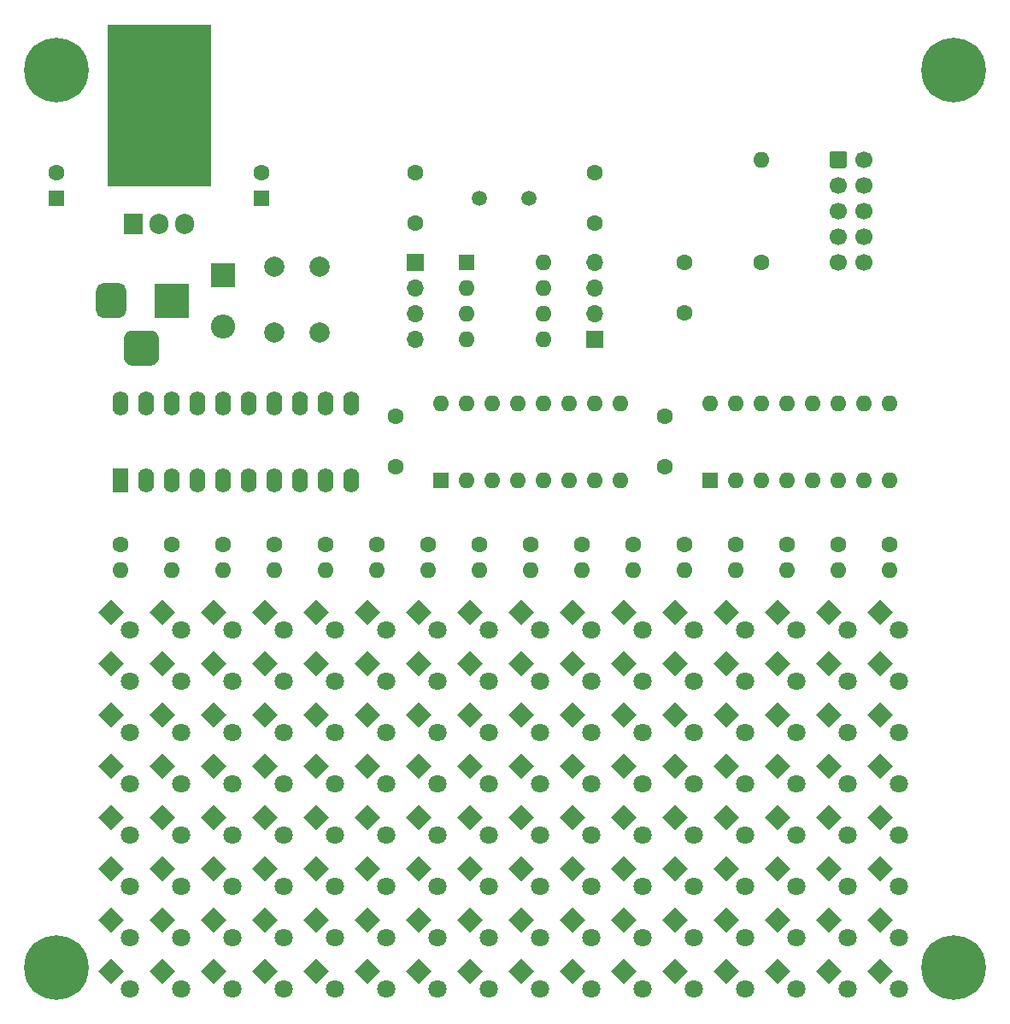
<source format=gts>
G04 #@! TF.GenerationSoftware,KiCad,Pcbnew,(5.1.9)-1*
G04 #@! TF.CreationDate,2021-04-11T14:42:06+02:00*
G04 #@! TF.ProjectId,at90s2323,61743930-7332-4333-9233-2e6b69636164,V1.0*
G04 #@! TF.SameCoordinates,Original*
G04 #@! TF.FileFunction,Soldermask,Top*
G04 #@! TF.FilePolarity,Negative*
%FSLAX46Y46*%
G04 Gerber Fmt 4.6, Leading zero omitted, Abs format (unit mm)*
G04 Created by KiCad (PCBNEW (5.1.9)-1) date 2021-04-11 14:42:06*
%MOMM*%
%LPD*%
G01*
G04 APERTURE LIST*
%ADD10C,0.100000*%
%ADD11C,1.800000*%
%ADD12O,1.600000X1.600000*%
%ADD13C,1.600000*%
%ADD14O,2.400000X2.400000*%
%ADD15R,2.400000X2.400000*%
%ADD16O,1.600000X2.400000*%
%ADD17R,1.600000X2.400000*%
%ADD18R,1.600000X1.600000*%
%ADD19O,1.700000X1.700000*%
%ADD20R,1.700000X1.700000*%
%ADD21C,2.000000*%
%ADD22C,0.800000*%
%ADD23C,6.400000*%
%ADD24C,1.500000*%
%ADD25O,1.905000X2.000000*%
%ADD26R,1.905000X2.000000*%
%ADD27O,3.500000X3.500000*%
%ADD28R,3.500000X3.500000*%
%ADD29C,1.700000*%
G04 APERTURE END LIST*
D10*
G36*
X-29210000Y33020000D02*
G01*
X-39370000Y33020000D01*
X-39370000Y48895000D01*
X-29210000Y48895000D01*
X-29210000Y33020000D01*
G37*
X-29210000Y33020000D02*
X-39370000Y33020000D01*
X-39370000Y48895000D01*
X-29210000Y48895000D01*
X-29210000Y33020000D01*
D11*
X38998026Y-46618026D03*
D10*
G36*
X35929182Y-44821974D02*
G01*
X37201974Y-43549182D01*
X38474766Y-44821974D01*
X37201974Y-46094766D01*
X35929182Y-44821974D01*
G37*
D11*
X33918026Y-46618026D03*
D10*
G36*
X30849182Y-44821974D02*
G01*
X32121974Y-43549182D01*
X33394766Y-44821974D01*
X32121974Y-46094766D01*
X30849182Y-44821974D01*
G37*
D11*
X28838026Y-46618026D03*
D10*
G36*
X25769182Y-44821974D02*
G01*
X27041974Y-43549182D01*
X28314766Y-44821974D01*
X27041974Y-46094766D01*
X25769182Y-44821974D01*
G37*
D11*
X23758026Y-46618026D03*
D10*
G36*
X20689182Y-44821974D02*
G01*
X21961974Y-43549182D01*
X23234766Y-44821974D01*
X21961974Y-46094766D01*
X20689182Y-44821974D01*
G37*
D11*
X18678026Y-46618026D03*
D10*
G36*
X15609182Y-44821974D02*
G01*
X16881974Y-43549182D01*
X18154766Y-44821974D01*
X16881974Y-46094766D01*
X15609182Y-44821974D01*
G37*
D11*
X13598026Y-46618026D03*
D10*
G36*
X10529182Y-44821974D02*
G01*
X11801974Y-43549182D01*
X13074766Y-44821974D01*
X11801974Y-46094766D01*
X10529182Y-44821974D01*
G37*
D11*
X8518026Y-46618026D03*
D10*
G36*
X5449182Y-44821974D02*
G01*
X6721974Y-43549182D01*
X7994766Y-44821974D01*
X6721974Y-46094766D01*
X5449182Y-44821974D01*
G37*
D11*
X3438026Y-46618026D03*
D10*
G36*
X369182Y-44821974D02*
G01*
X1641974Y-43549182D01*
X2914766Y-44821974D01*
X1641974Y-46094766D01*
X369182Y-44821974D01*
G37*
D11*
X-1641974Y-46618026D03*
D10*
G36*
X-4710818Y-44821974D02*
G01*
X-3438026Y-43549182D01*
X-2165234Y-44821974D01*
X-3438026Y-46094766D01*
X-4710818Y-44821974D01*
G37*
D11*
X-6721974Y-46618026D03*
D10*
G36*
X-9790818Y-44821974D02*
G01*
X-8518026Y-43549182D01*
X-7245234Y-44821974D01*
X-8518026Y-46094766D01*
X-9790818Y-44821974D01*
G37*
D11*
X-11801974Y-46618026D03*
D10*
G36*
X-14870818Y-44821974D02*
G01*
X-13598026Y-43549182D01*
X-12325234Y-44821974D01*
X-13598026Y-46094766D01*
X-14870818Y-44821974D01*
G37*
D11*
X-16881974Y-46618026D03*
D10*
G36*
X-19950818Y-44821974D02*
G01*
X-18678026Y-43549182D01*
X-17405234Y-44821974D01*
X-18678026Y-46094766D01*
X-19950818Y-44821974D01*
G37*
D11*
X-21961974Y-46618026D03*
D10*
G36*
X-25030818Y-44821974D02*
G01*
X-23758026Y-43549182D01*
X-22485234Y-44821974D01*
X-23758026Y-46094766D01*
X-25030818Y-44821974D01*
G37*
D11*
X-27041974Y-46618026D03*
D10*
G36*
X-30110818Y-44821974D02*
G01*
X-28838026Y-43549182D01*
X-27565234Y-44821974D01*
X-28838026Y-46094766D01*
X-30110818Y-44821974D01*
G37*
D11*
X-32121974Y-46618026D03*
D10*
G36*
X-35190818Y-44821974D02*
G01*
X-33918026Y-43549182D01*
X-32645234Y-44821974D01*
X-33918026Y-46094766D01*
X-35190818Y-44821974D01*
G37*
D11*
X-37201974Y-46618026D03*
D10*
G36*
X-40270818Y-44821974D02*
G01*
X-38998026Y-43549182D01*
X-37725234Y-44821974D01*
X-38998026Y-46094766D01*
X-40270818Y-44821974D01*
G37*
D11*
X38998026Y-41538026D03*
D10*
G36*
X35929182Y-39741974D02*
G01*
X37201974Y-38469182D01*
X38474766Y-39741974D01*
X37201974Y-41014766D01*
X35929182Y-39741974D01*
G37*
D11*
X33918026Y-41538026D03*
D10*
G36*
X30849182Y-39741974D02*
G01*
X32121974Y-38469182D01*
X33394766Y-39741974D01*
X32121974Y-41014766D01*
X30849182Y-39741974D01*
G37*
D11*
X28838026Y-41538026D03*
D10*
G36*
X25769182Y-39741974D02*
G01*
X27041974Y-38469182D01*
X28314766Y-39741974D01*
X27041974Y-41014766D01*
X25769182Y-39741974D01*
G37*
D11*
X23758026Y-41538026D03*
D10*
G36*
X20689182Y-39741974D02*
G01*
X21961974Y-38469182D01*
X23234766Y-39741974D01*
X21961974Y-41014766D01*
X20689182Y-39741974D01*
G37*
D11*
X18678026Y-41538026D03*
D10*
G36*
X15609182Y-39741974D02*
G01*
X16881974Y-38469182D01*
X18154766Y-39741974D01*
X16881974Y-41014766D01*
X15609182Y-39741974D01*
G37*
D11*
X13598026Y-41538026D03*
D10*
G36*
X10529182Y-39741974D02*
G01*
X11801974Y-38469182D01*
X13074766Y-39741974D01*
X11801974Y-41014766D01*
X10529182Y-39741974D01*
G37*
D11*
X8518026Y-41538026D03*
D10*
G36*
X5449182Y-39741974D02*
G01*
X6721974Y-38469182D01*
X7994766Y-39741974D01*
X6721974Y-41014766D01*
X5449182Y-39741974D01*
G37*
D11*
X3438026Y-41538026D03*
D10*
G36*
X369182Y-39741974D02*
G01*
X1641974Y-38469182D01*
X2914766Y-39741974D01*
X1641974Y-41014766D01*
X369182Y-39741974D01*
G37*
D11*
X-1641974Y-41538026D03*
D10*
G36*
X-4710818Y-39741974D02*
G01*
X-3438026Y-38469182D01*
X-2165234Y-39741974D01*
X-3438026Y-41014766D01*
X-4710818Y-39741974D01*
G37*
D11*
X-6721974Y-41538026D03*
D10*
G36*
X-9790818Y-39741974D02*
G01*
X-8518026Y-38469182D01*
X-7245234Y-39741974D01*
X-8518026Y-41014766D01*
X-9790818Y-39741974D01*
G37*
D11*
X-11801974Y-41538026D03*
D10*
G36*
X-14870818Y-39741974D02*
G01*
X-13598026Y-38469182D01*
X-12325234Y-39741974D01*
X-13598026Y-41014766D01*
X-14870818Y-39741974D01*
G37*
D11*
X-16881974Y-41538026D03*
D10*
G36*
X-19950818Y-39741974D02*
G01*
X-18678026Y-38469182D01*
X-17405234Y-39741974D01*
X-18678026Y-41014766D01*
X-19950818Y-39741974D01*
G37*
D11*
X-21961974Y-41538026D03*
D10*
G36*
X-25030818Y-39741974D02*
G01*
X-23758026Y-38469182D01*
X-22485234Y-39741974D01*
X-23758026Y-41014766D01*
X-25030818Y-39741974D01*
G37*
D11*
X-27041974Y-41538026D03*
D10*
G36*
X-30110818Y-39741974D02*
G01*
X-28838026Y-38469182D01*
X-27565234Y-39741974D01*
X-28838026Y-41014766D01*
X-30110818Y-39741974D01*
G37*
D11*
X-32121974Y-41538026D03*
D10*
G36*
X-35190818Y-39741974D02*
G01*
X-33918026Y-38469182D01*
X-32645234Y-39741974D01*
X-33918026Y-41014766D01*
X-35190818Y-39741974D01*
G37*
D11*
X-37201974Y-41538026D03*
D10*
G36*
X-40270818Y-39741974D02*
G01*
X-38998026Y-38469182D01*
X-37725234Y-39741974D01*
X-38998026Y-41014766D01*
X-40270818Y-39741974D01*
G37*
D11*
X38998026Y-36458026D03*
D10*
G36*
X35929182Y-34661974D02*
G01*
X37201974Y-33389182D01*
X38474766Y-34661974D01*
X37201974Y-35934766D01*
X35929182Y-34661974D01*
G37*
D11*
X33918026Y-36458026D03*
D10*
G36*
X30849182Y-34661974D02*
G01*
X32121974Y-33389182D01*
X33394766Y-34661974D01*
X32121974Y-35934766D01*
X30849182Y-34661974D01*
G37*
D11*
X28838026Y-36458026D03*
D10*
G36*
X25769182Y-34661974D02*
G01*
X27041974Y-33389182D01*
X28314766Y-34661974D01*
X27041974Y-35934766D01*
X25769182Y-34661974D01*
G37*
D11*
X23758026Y-36458026D03*
D10*
G36*
X20689182Y-34661974D02*
G01*
X21961974Y-33389182D01*
X23234766Y-34661974D01*
X21961974Y-35934766D01*
X20689182Y-34661974D01*
G37*
D11*
X18678026Y-36458026D03*
D10*
G36*
X15609182Y-34661974D02*
G01*
X16881974Y-33389182D01*
X18154766Y-34661974D01*
X16881974Y-35934766D01*
X15609182Y-34661974D01*
G37*
D11*
X13598026Y-36458026D03*
D10*
G36*
X10529182Y-34661974D02*
G01*
X11801974Y-33389182D01*
X13074766Y-34661974D01*
X11801974Y-35934766D01*
X10529182Y-34661974D01*
G37*
D11*
X8518026Y-36458026D03*
D10*
G36*
X5449182Y-34661974D02*
G01*
X6721974Y-33389182D01*
X7994766Y-34661974D01*
X6721974Y-35934766D01*
X5449182Y-34661974D01*
G37*
D11*
X3438026Y-36458026D03*
D10*
G36*
X369182Y-34661974D02*
G01*
X1641974Y-33389182D01*
X2914766Y-34661974D01*
X1641974Y-35934766D01*
X369182Y-34661974D01*
G37*
D11*
X-1641974Y-36458026D03*
D10*
G36*
X-4710818Y-34661974D02*
G01*
X-3438026Y-33389182D01*
X-2165234Y-34661974D01*
X-3438026Y-35934766D01*
X-4710818Y-34661974D01*
G37*
D11*
X-6721974Y-36458026D03*
D10*
G36*
X-9790818Y-34661974D02*
G01*
X-8518026Y-33389182D01*
X-7245234Y-34661974D01*
X-8518026Y-35934766D01*
X-9790818Y-34661974D01*
G37*
D11*
X-11801974Y-36458026D03*
D10*
G36*
X-14870818Y-34661974D02*
G01*
X-13598026Y-33389182D01*
X-12325234Y-34661974D01*
X-13598026Y-35934766D01*
X-14870818Y-34661974D01*
G37*
D11*
X-16881974Y-36458026D03*
D10*
G36*
X-19950818Y-34661974D02*
G01*
X-18678026Y-33389182D01*
X-17405234Y-34661974D01*
X-18678026Y-35934766D01*
X-19950818Y-34661974D01*
G37*
D11*
X-21961974Y-36458026D03*
D10*
G36*
X-25030818Y-34661974D02*
G01*
X-23758026Y-33389182D01*
X-22485234Y-34661974D01*
X-23758026Y-35934766D01*
X-25030818Y-34661974D01*
G37*
D11*
X-27041974Y-36458026D03*
D10*
G36*
X-30110818Y-34661974D02*
G01*
X-28838026Y-33389182D01*
X-27565234Y-34661974D01*
X-28838026Y-35934766D01*
X-30110818Y-34661974D01*
G37*
D11*
X-32121974Y-36458026D03*
D10*
G36*
X-35190818Y-34661974D02*
G01*
X-33918026Y-33389182D01*
X-32645234Y-34661974D01*
X-33918026Y-35934766D01*
X-35190818Y-34661974D01*
G37*
D11*
X-37201974Y-36458026D03*
D10*
G36*
X-40270818Y-34661974D02*
G01*
X-38998026Y-33389182D01*
X-37725234Y-34661974D01*
X-38998026Y-35934766D01*
X-40270818Y-34661974D01*
G37*
D11*
X38998026Y-31378026D03*
D10*
G36*
X35929182Y-29581974D02*
G01*
X37201974Y-28309182D01*
X38474766Y-29581974D01*
X37201974Y-30854766D01*
X35929182Y-29581974D01*
G37*
D11*
X33918026Y-31378026D03*
D10*
G36*
X30849182Y-29581974D02*
G01*
X32121974Y-28309182D01*
X33394766Y-29581974D01*
X32121974Y-30854766D01*
X30849182Y-29581974D01*
G37*
D11*
X28838026Y-31378026D03*
D10*
G36*
X25769182Y-29581974D02*
G01*
X27041974Y-28309182D01*
X28314766Y-29581974D01*
X27041974Y-30854766D01*
X25769182Y-29581974D01*
G37*
D11*
X23758026Y-31378026D03*
D10*
G36*
X20689182Y-29581974D02*
G01*
X21961974Y-28309182D01*
X23234766Y-29581974D01*
X21961974Y-30854766D01*
X20689182Y-29581974D01*
G37*
D11*
X18678026Y-31378026D03*
D10*
G36*
X15609182Y-29581974D02*
G01*
X16881974Y-28309182D01*
X18154766Y-29581974D01*
X16881974Y-30854766D01*
X15609182Y-29581974D01*
G37*
D11*
X13598026Y-31378026D03*
D10*
G36*
X10529182Y-29581974D02*
G01*
X11801974Y-28309182D01*
X13074766Y-29581974D01*
X11801974Y-30854766D01*
X10529182Y-29581974D01*
G37*
D11*
X8518026Y-31378026D03*
D10*
G36*
X5449182Y-29581974D02*
G01*
X6721974Y-28309182D01*
X7994766Y-29581974D01*
X6721974Y-30854766D01*
X5449182Y-29581974D01*
G37*
D11*
X3438026Y-31378026D03*
D10*
G36*
X369182Y-29581974D02*
G01*
X1641974Y-28309182D01*
X2914766Y-29581974D01*
X1641974Y-30854766D01*
X369182Y-29581974D01*
G37*
D11*
X-1641974Y-31378026D03*
D10*
G36*
X-4710818Y-29581974D02*
G01*
X-3438026Y-28309182D01*
X-2165234Y-29581974D01*
X-3438026Y-30854766D01*
X-4710818Y-29581974D01*
G37*
D11*
X-6721974Y-31378026D03*
D10*
G36*
X-9790818Y-29581974D02*
G01*
X-8518026Y-28309182D01*
X-7245234Y-29581974D01*
X-8518026Y-30854766D01*
X-9790818Y-29581974D01*
G37*
D11*
X-11801974Y-31378026D03*
D10*
G36*
X-14870818Y-29581974D02*
G01*
X-13598026Y-28309182D01*
X-12325234Y-29581974D01*
X-13598026Y-30854766D01*
X-14870818Y-29581974D01*
G37*
D11*
X-16881974Y-31378026D03*
D10*
G36*
X-19950818Y-29581974D02*
G01*
X-18678026Y-28309182D01*
X-17405234Y-29581974D01*
X-18678026Y-30854766D01*
X-19950818Y-29581974D01*
G37*
D11*
X-21961974Y-31378026D03*
D10*
G36*
X-25030818Y-29581974D02*
G01*
X-23758026Y-28309182D01*
X-22485234Y-29581974D01*
X-23758026Y-30854766D01*
X-25030818Y-29581974D01*
G37*
D11*
X-27041974Y-31378026D03*
D10*
G36*
X-30110818Y-29581974D02*
G01*
X-28838026Y-28309182D01*
X-27565234Y-29581974D01*
X-28838026Y-30854766D01*
X-30110818Y-29581974D01*
G37*
D11*
X-32121974Y-31378026D03*
D10*
G36*
X-35190818Y-29581974D02*
G01*
X-33918026Y-28309182D01*
X-32645234Y-29581974D01*
X-33918026Y-30854766D01*
X-35190818Y-29581974D01*
G37*
D11*
X-37201974Y-31378026D03*
D10*
G36*
X-40270818Y-29581974D02*
G01*
X-38998026Y-28309182D01*
X-37725234Y-29581974D01*
X-38998026Y-30854766D01*
X-40270818Y-29581974D01*
G37*
D11*
X38998026Y-26298026D03*
D10*
G36*
X35929182Y-24501974D02*
G01*
X37201974Y-23229182D01*
X38474766Y-24501974D01*
X37201974Y-25774766D01*
X35929182Y-24501974D01*
G37*
D11*
X33918026Y-26298026D03*
D10*
G36*
X30849182Y-24501974D02*
G01*
X32121974Y-23229182D01*
X33394766Y-24501974D01*
X32121974Y-25774766D01*
X30849182Y-24501974D01*
G37*
D11*
X28838026Y-26298026D03*
D10*
G36*
X25769182Y-24501974D02*
G01*
X27041974Y-23229182D01*
X28314766Y-24501974D01*
X27041974Y-25774766D01*
X25769182Y-24501974D01*
G37*
D11*
X23758026Y-26298026D03*
D10*
G36*
X20689182Y-24501974D02*
G01*
X21961974Y-23229182D01*
X23234766Y-24501974D01*
X21961974Y-25774766D01*
X20689182Y-24501974D01*
G37*
D11*
X18678026Y-26298026D03*
D10*
G36*
X15609182Y-24501974D02*
G01*
X16881974Y-23229182D01*
X18154766Y-24501974D01*
X16881974Y-25774766D01*
X15609182Y-24501974D01*
G37*
D11*
X13598026Y-26298026D03*
D10*
G36*
X10529182Y-24501974D02*
G01*
X11801974Y-23229182D01*
X13074766Y-24501974D01*
X11801974Y-25774766D01*
X10529182Y-24501974D01*
G37*
D11*
X8518026Y-26298026D03*
D10*
G36*
X5449182Y-24501974D02*
G01*
X6721974Y-23229182D01*
X7994766Y-24501974D01*
X6721974Y-25774766D01*
X5449182Y-24501974D01*
G37*
D11*
X3438026Y-26298026D03*
D10*
G36*
X369182Y-24501974D02*
G01*
X1641974Y-23229182D01*
X2914766Y-24501974D01*
X1641974Y-25774766D01*
X369182Y-24501974D01*
G37*
D11*
X-1641974Y-26298026D03*
D10*
G36*
X-4710818Y-24501974D02*
G01*
X-3438026Y-23229182D01*
X-2165234Y-24501974D01*
X-3438026Y-25774766D01*
X-4710818Y-24501974D01*
G37*
D11*
X-6721974Y-26298026D03*
D10*
G36*
X-9790818Y-24501974D02*
G01*
X-8518026Y-23229182D01*
X-7245234Y-24501974D01*
X-8518026Y-25774766D01*
X-9790818Y-24501974D01*
G37*
D11*
X-11801974Y-26298026D03*
D10*
G36*
X-14870818Y-24501974D02*
G01*
X-13598026Y-23229182D01*
X-12325234Y-24501974D01*
X-13598026Y-25774766D01*
X-14870818Y-24501974D01*
G37*
D11*
X-16881974Y-26298026D03*
D10*
G36*
X-19950818Y-24501974D02*
G01*
X-18678026Y-23229182D01*
X-17405234Y-24501974D01*
X-18678026Y-25774766D01*
X-19950818Y-24501974D01*
G37*
D11*
X-21961974Y-26298026D03*
D10*
G36*
X-25030818Y-24501974D02*
G01*
X-23758026Y-23229182D01*
X-22485234Y-24501974D01*
X-23758026Y-25774766D01*
X-25030818Y-24501974D01*
G37*
D11*
X-27041974Y-26298026D03*
D10*
G36*
X-30110818Y-24501974D02*
G01*
X-28838026Y-23229182D01*
X-27565234Y-24501974D01*
X-28838026Y-25774766D01*
X-30110818Y-24501974D01*
G37*
D11*
X-32121974Y-26298026D03*
D10*
G36*
X-35190818Y-24501974D02*
G01*
X-33918026Y-23229182D01*
X-32645234Y-24501974D01*
X-33918026Y-25774766D01*
X-35190818Y-24501974D01*
G37*
D11*
X-37201974Y-26298026D03*
D10*
G36*
X-40270818Y-24501974D02*
G01*
X-38998026Y-23229182D01*
X-37725234Y-24501974D01*
X-38998026Y-25774766D01*
X-40270818Y-24501974D01*
G37*
D11*
X38998026Y-21218026D03*
D10*
G36*
X35929182Y-19421974D02*
G01*
X37201974Y-18149182D01*
X38474766Y-19421974D01*
X37201974Y-20694766D01*
X35929182Y-19421974D01*
G37*
D11*
X33918026Y-21218026D03*
D10*
G36*
X30849182Y-19421974D02*
G01*
X32121974Y-18149182D01*
X33394766Y-19421974D01*
X32121974Y-20694766D01*
X30849182Y-19421974D01*
G37*
D11*
X28838026Y-21218026D03*
D10*
G36*
X25769182Y-19421974D02*
G01*
X27041974Y-18149182D01*
X28314766Y-19421974D01*
X27041974Y-20694766D01*
X25769182Y-19421974D01*
G37*
D11*
X23758026Y-21218026D03*
D10*
G36*
X20689182Y-19421974D02*
G01*
X21961974Y-18149182D01*
X23234766Y-19421974D01*
X21961974Y-20694766D01*
X20689182Y-19421974D01*
G37*
D11*
X18678026Y-21218026D03*
D10*
G36*
X15609182Y-19421974D02*
G01*
X16881974Y-18149182D01*
X18154766Y-19421974D01*
X16881974Y-20694766D01*
X15609182Y-19421974D01*
G37*
D11*
X13598026Y-21218026D03*
D10*
G36*
X10529182Y-19421974D02*
G01*
X11801974Y-18149182D01*
X13074766Y-19421974D01*
X11801974Y-20694766D01*
X10529182Y-19421974D01*
G37*
D11*
X8518026Y-21218026D03*
D10*
G36*
X5449182Y-19421974D02*
G01*
X6721974Y-18149182D01*
X7994766Y-19421974D01*
X6721974Y-20694766D01*
X5449182Y-19421974D01*
G37*
D11*
X3438026Y-21218026D03*
D10*
G36*
X369182Y-19421974D02*
G01*
X1641974Y-18149182D01*
X2914766Y-19421974D01*
X1641974Y-20694766D01*
X369182Y-19421974D01*
G37*
D11*
X-1641974Y-21218026D03*
D10*
G36*
X-4710818Y-19421974D02*
G01*
X-3438026Y-18149182D01*
X-2165234Y-19421974D01*
X-3438026Y-20694766D01*
X-4710818Y-19421974D01*
G37*
D11*
X-6721974Y-21218026D03*
D10*
G36*
X-9790818Y-19421974D02*
G01*
X-8518026Y-18149182D01*
X-7245234Y-19421974D01*
X-8518026Y-20694766D01*
X-9790818Y-19421974D01*
G37*
D11*
X-11801974Y-21218026D03*
D10*
G36*
X-14870818Y-19421974D02*
G01*
X-13598026Y-18149182D01*
X-12325234Y-19421974D01*
X-13598026Y-20694766D01*
X-14870818Y-19421974D01*
G37*
D11*
X-16881974Y-21218026D03*
D10*
G36*
X-19950818Y-19421974D02*
G01*
X-18678026Y-18149182D01*
X-17405234Y-19421974D01*
X-18678026Y-20694766D01*
X-19950818Y-19421974D01*
G37*
D11*
X-21961974Y-21218026D03*
D10*
G36*
X-25030818Y-19421974D02*
G01*
X-23758026Y-18149182D01*
X-22485234Y-19421974D01*
X-23758026Y-20694766D01*
X-25030818Y-19421974D01*
G37*
D11*
X-27041974Y-21218026D03*
D10*
G36*
X-30110818Y-19421974D02*
G01*
X-28838026Y-18149182D01*
X-27565234Y-19421974D01*
X-28838026Y-20694766D01*
X-30110818Y-19421974D01*
G37*
D11*
X-32121974Y-21218026D03*
D10*
G36*
X-35190818Y-19421974D02*
G01*
X-33918026Y-18149182D01*
X-32645234Y-19421974D01*
X-33918026Y-20694766D01*
X-35190818Y-19421974D01*
G37*
D11*
X-37201974Y-21218026D03*
D10*
G36*
X-40270818Y-19421974D02*
G01*
X-38998026Y-18149182D01*
X-37725234Y-19421974D01*
X-38998026Y-20694766D01*
X-40270818Y-19421974D01*
G37*
D11*
X38998026Y-16138026D03*
D10*
G36*
X35929182Y-14341974D02*
G01*
X37201974Y-13069182D01*
X38474766Y-14341974D01*
X37201974Y-15614766D01*
X35929182Y-14341974D01*
G37*
D11*
X33918026Y-16138026D03*
D10*
G36*
X30849182Y-14341974D02*
G01*
X32121974Y-13069182D01*
X33394766Y-14341974D01*
X32121974Y-15614766D01*
X30849182Y-14341974D01*
G37*
D11*
X28838026Y-16138026D03*
D10*
G36*
X25769182Y-14341974D02*
G01*
X27041974Y-13069182D01*
X28314766Y-14341974D01*
X27041974Y-15614766D01*
X25769182Y-14341974D01*
G37*
D11*
X23758026Y-16138026D03*
D10*
G36*
X20689182Y-14341974D02*
G01*
X21961974Y-13069182D01*
X23234766Y-14341974D01*
X21961974Y-15614766D01*
X20689182Y-14341974D01*
G37*
D11*
X18678026Y-16138026D03*
D10*
G36*
X15609182Y-14341974D02*
G01*
X16881974Y-13069182D01*
X18154766Y-14341974D01*
X16881974Y-15614766D01*
X15609182Y-14341974D01*
G37*
D11*
X13598026Y-16138026D03*
D10*
G36*
X10529182Y-14341974D02*
G01*
X11801974Y-13069182D01*
X13074766Y-14341974D01*
X11801974Y-15614766D01*
X10529182Y-14341974D01*
G37*
D11*
X8518026Y-16138026D03*
D10*
G36*
X5449182Y-14341974D02*
G01*
X6721974Y-13069182D01*
X7994766Y-14341974D01*
X6721974Y-15614766D01*
X5449182Y-14341974D01*
G37*
D11*
X3438026Y-16138026D03*
D10*
G36*
X369182Y-14341974D02*
G01*
X1641974Y-13069182D01*
X2914766Y-14341974D01*
X1641974Y-15614766D01*
X369182Y-14341974D01*
G37*
D11*
X-1641974Y-16138026D03*
D10*
G36*
X-4710818Y-14341974D02*
G01*
X-3438026Y-13069182D01*
X-2165234Y-14341974D01*
X-3438026Y-15614766D01*
X-4710818Y-14341974D01*
G37*
D11*
X-6721974Y-16138026D03*
D10*
G36*
X-9790818Y-14341974D02*
G01*
X-8518026Y-13069182D01*
X-7245234Y-14341974D01*
X-8518026Y-15614766D01*
X-9790818Y-14341974D01*
G37*
D11*
X-11801974Y-16138026D03*
D10*
G36*
X-14870818Y-14341974D02*
G01*
X-13598026Y-13069182D01*
X-12325234Y-14341974D01*
X-13598026Y-15614766D01*
X-14870818Y-14341974D01*
G37*
D11*
X-16881974Y-16138026D03*
D10*
G36*
X-19950818Y-14341974D02*
G01*
X-18678026Y-13069182D01*
X-17405234Y-14341974D01*
X-18678026Y-15614766D01*
X-19950818Y-14341974D01*
G37*
D11*
X-21961974Y-16138026D03*
D10*
G36*
X-25030818Y-14341974D02*
G01*
X-23758026Y-13069182D01*
X-22485234Y-14341974D01*
X-23758026Y-15614766D01*
X-25030818Y-14341974D01*
G37*
D11*
X-27041974Y-16138026D03*
D10*
G36*
X-30110818Y-14341974D02*
G01*
X-28838026Y-13069182D01*
X-27565234Y-14341974D01*
X-28838026Y-15614766D01*
X-30110818Y-14341974D01*
G37*
D11*
X-32121974Y-16138026D03*
D10*
G36*
X-35190818Y-14341974D02*
G01*
X-33918026Y-13069182D01*
X-32645234Y-14341974D01*
X-33918026Y-15614766D01*
X-35190818Y-14341974D01*
G37*
D11*
X-37201974Y-16138026D03*
D10*
G36*
X-40270818Y-14341974D02*
G01*
X-38998026Y-13069182D01*
X-37725234Y-14341974D01*
X-38998026Y-15614766D01*
X-40270818Y-14341974D01*
G37*
D11*
X38998026Y-11058026D03*
D10*
G36*
X35929182Y-9261974D02*
G01*
X37201974Y-7989182D01*
X38474766Y-9261974D01*
X37201974Y-10534766D01*
X35929182Y-9261974D01*
G37*
D11*
X33918026Y-11058026D03*
D10*
G36*
X30849182Y-9261974D02*
G01*
X32121974Y-7989182D01*
X33394766Y-9261974D01*
X32121974Y-10534766D01*
X30849182Y-9261974D01*
G37*
D11*
X28838026Y-11058026D03*
D10*
G36*
X25769182Y-9261974D02*
G01*
X27041974Y-7989182D01*
X28314766Y-9261974D01*
X27041974Y-10534766D01*
X25769182Y-9261974D01*
G37*
D11*
X23758026Y-11058026D03*
D10*
G36*
X20689182Y-9261974D02*
G01*
X21961974Y-7989182D01*
X23234766Y-9261974D01*
X21961974Y-10534766D01*
X20689182Y-9261974D01*
G37*
D11*
X18678026Y-11058026D03*
D10*
G36*
X15609182Y-9261974D02*
G01*
X16881974Y-7989182D01*
X18154766Y-9261974D01*
X16881974Y-10534766D01*
X15609182Y-9261974D01*
G37*
D11*
X13598026Y-11058026D03*
D10*
G36*
X10529182Y-9261974D02*
G01*
X11801974Y-7989182D01*
X13074766Y-9261974D01*
X11801974Y-10534766D01*
X10529182Y-9261974D01*
G37*
D11*
X8518026Y-11058026D03*
D10*
G36*
X5449182Y-9261974D02*
G01*
X6721974Y-7989182D01*
X7994766Y-9261974D01*
X6721974Y-10534766D01*
X5449182Y-9261974D01*
G37*
D11*
X3438026Y-11058026D03*
D10*
G36*
X369182Y-9261974D02*
G01*
X1641974Y-7989182D01*
X2914766Y-9261974D01*
X1641974Y-10534766D01*
X369182Y-9261974D01*
G37*
D11*
X-1641974Y-11058026D03*
D10*
G36*
X-4710818Y-9261974D02*
G01*
X-3438026Y-7989182D01*
X-2165234Y-9261974D01*
X-3438026Y-10534766D01*
X-4710818Y-9261974D01*
G37*
D11*
X-6721974Y-11058026D03*
D10*
G36*
X-9790818Y-9261974D02*
G01*
X-8518026Y-7989182D01*
X-7245234Y-9261974D01*
X-8518026Y-10534766D01*
X-9790818Y-9261974D01*
G37*
D11*
X-11801974Y-11058026D03*
D10*
G36*
X-14870818Y-9261974D02*
G01*
X-13598026Y-7989182D01*
X-12325234Y-9261974D01*
X-13598026Y-10534766D01*
X-14870818Y-9261974D01*
G37*
D11*
X-16881974Y-11058026D03*
D10*
G36*
X-19950818Y-9261974D02*
G01*
X-18678026Y-7989182D01*
X-17405234Y-9261974D01*
X-18678026Y-10534766D01*
X-19950818Y-9261974D01*
G37*
D11*
X-21961974Y-11058026D03*
D10*
G36*
X-25030818Y-9261974D02*
G01*
X-23758026Y-7989182D01*
X-22485234Y-9261974D01*
X-23758026Y-10534766D01*
X-25030818Y-9261974D01*
G37*
D11*
X-27041974Y-11058026D03*
D10*
G36*
X-30110818Y-9261974D02*
G01*
X-28838026Y-7989182D01*
X-27565234Y-9261974D01*
X-28838026Y-10534766D01*
X-30110818Y-9261974D01*
G37*
D11*
X-32121974Y-11058026D03*
D10*
G36*
X-35190818Y-9261974D02*
G01*
X-33918026Y-7989182D01*
X-32645234Y-9261974D01*
X-33918026Y-10534766D01*
X-35190818Y-9261974D01*
G37*
D11*
X-37201974Y-11058026D03*
D10*
G36*
X-40270818Y-9261974D02*
G01*
X-38998026Y-7989182D01*
X-37725234Y-9261974D01*
X-38998026Y-10534766D01*
X-40270818Y-9261974D01*
G37*
D12*
X38100000Y-5080000D03*
D13*
X38100000Y-2540000D03*
D12*
X33020000Y-5080000D03*
D13*
X33020000Y-2540000D03*
D12*
X27940000Y-5080000D03*
D13*
X27940000Y-2540000D03*
D12*
X22860000Y-5080000D03*
D13*
X22860000Y-2540000D03*
D12*
X17780000Y-5080000D03*
D13*
X17780000Y-2540000D03*
D12*
X12700000Y-5080000D03*
D13*
X12700000Y-2540000D03*
D12*
X7620000Y-5080000D03*
D13*
X7620000Y-2540000D03*
D12*
X2540000Y-5080000D03*
D13*
X2540000Y-2540000D03*
D12*
X-2540000Y-5080000D03*
D13*
X-2540000Y-2540000D03*
D12*
X-7620000Y-5080000D03*
D13*
X-7620000Y-2540000D03*
D12*
X-12700000Y-5080000D03*
D13*
X-12700000Y-2540000D03*
D12*
X-17780000Y-5080000D03*
D13*
X-17780000Y-2540000D03*
D12*
X-22860000Y-5080000D03*
D13*
X-22860000Y-2540000D03*
D12*
X-27940000Y-5080000D03*
D13*
X-27940000Y-2540000D03*
D12*
X-33020000Y-5080000D03*
D13*
X-33020000Y-2540000D03*
D12*
X-38100000Y-5080000D03*
D13*
X-38100000Y-2540000D03*
D14*
X-27940000Y19050000D03*
D15*
X-27940000Y24130000D03*
D13*
X-10795000Y5160000D03*
X-10795000Y10160000D03*
X15875000Y5160000D03*
X15875000Y10160000D03*
D16*
X-38100000Y11430000D03*
X-15240000Y3810000D03*
X-35560000Y11430000D03*
X-17780000Y3810000D03*
X-33020000Y11430000D03*
X-20320000Y3810000D03*
X-30480000Y11430000D03*
X-22860000Y3810000D03*
X-27940000Y11430000D03*
X-25400000Y3810000D03*
X-25400000Y11430000D03*
X-27940000Y3810000D03*
X-22860000Y11430000D03*
X-30480000Y3810000D03*
X-20320000Y11430000D03*
X-33020000Y3810000D03*
X-17780000Y11430000D03*
X-35560000Y3810000D03*
X-15240000Y11430000D03*
D17*
X-38100000Y3810000D03*
D12*
X20320000Y11430000D03*
X38100000Y3810000D03*
X22860000Y11430000D03*
X35560000Y3810000D03*
X25400000Y11430000D03*
X33020000Y3810000D03*
X27940000Y11430000D03*
X30480000Y3810000D03*
X30480000Y11430000D03*
X27940000Y3810000D03*
X33020000Y11430000D03*
X25400000Y3810000D03*
X35560000Y11430000D03*
X22860000Y3810000D03*
X38100000Y11430000D03*
D18*
X20320000Y3810000D03*
D12*
X-6350000Y11430000D03*
X11430000Y3810000D03*
X-3810000Y11430000D03*
X8890000Y3810000D03*
X-1270000Y11430000D03*
X6350000Y3810000D03*
X1270000Y11430000D03*
X3810000Y3810000D03*
X3810000Y11430000D03*
X1270000Y3810000D03*
X6350000Y11430000D03*
X-1270000Y3810000D03*
X8890000Y11430000D03*
X-3810000Y3810000D03*
X11430000Y11430000D03*
D18*
X-6350000Y3810000D03*
D12*
X25400000Y35560000D03*
D13*
X25400000Y25400000D03*
D12*
X3810000Y25400000D03*
X-3810000Y17780000D03*
X3810000Y22860000D03*
X-3810000Y20320000D03*
X3810000Y20320000D03*
X-3810000Y22860000D03*
X3810000Y17780000D03*
D18*
X-3810000Y25400000D03*
D19*
X8890000Y25400000D03*
X8890000Y22860000D03*
X8890000Y20320000D03*
D20*
X8890000Y17780000D03*
D19*
X-8890000Y17780000D03*
X-8890000Y20320000D03*
X-8890000Y22860000D03*
D20*
X-8890000Y25400000D03*
D21*
X-22860000Y24915000D03*
X-18360000Y24915000D03*
X-22860000Y18415000D03*
X-18360000Y18415000D03*
D22*
X-42752944Y-42752944D03*
X-44450000Y-42050000D03*
X-46147056Y-42752944D03*
X-46850000Y-44450000D03*
X-46147056Y-46147056D03*
X-44450000Y-46850000D03*
X-42752944Y-46147056D03*
X-42050000Y-44450000D03*
D23*
X-44450000Y-44450000D03*
D22*
X46147056Y-42752944D03*
X44450000Y-42050000D03*
X42752944Y-42752944D03*
X42050000Y-44450000D03*
X42752944Y-46147056D03*
X44450000Y-46850000D03*
X46147056Y-46147056D03*
X46850000Y-44450000D03*
D23*
X44450000Y-44450000D03*
D22*
X46147056Y46147056D03*
X44450000Y46850000D03*
X42752944Y46147056D03*
X42050000Y44450000D03*
X42752944Y42752944D03*
X44450000Y42050000D03*
X46147056Y42752944D03*
X46850000Y44450000D03*
D23*
X44450000Y44450000D03*
D22*
X-42752944Y46147056D03*
X-44450000Y46850000D03*
X-46147056Y46147056D03*
X-46850000Y44450000D03*
X-46147056Y42752944D03*
X-44450000Y42050000D03*
X-42752944Y42752944D03*
X-42050000Y44450000D03*
D23*
X-44450000Y44450000D03*
D13*
X-24130000Y34250000D03*
D18*
X-24130000Y31750000D03*
D13*
X-44450000Y34250000D03*
D18*
X-44450000Y31750000D03*
D24*
X2340000Y31710000D03*
X-2540000Y31710000D03*
D25*
X-31750000Y29210000D03*
X-34290000Y29210000D03*
D26*
X-36830000Y29210000D03*
D27*
X-34290000Y45870000D03*
G36*
G01*
X-37770000Y16015000D02*
X-37770000Y17765000D01*
G75*
G02*
X-36895000Y18640000I875000J0D01*
G01*
X-35145000Y18640000D01*
G75*
G02*
X-34270000Y17765000I0J-875000D01*
G01*
X-34270000Y16015000D01*
G75*
G02*
X-35145000Y15140000I-875000J0D01*
G01*
X-36895000Y15140000D01*
G75*
G02*
X-37770000Y16015000I0J875000D01*
G01*
G37*
G36*
G01*
X-40520000Y20590000D02*
X-40520000Y22590000D01*
G75*
G02*
X-39770000Y23340000I750000J0D01*
G01*
X-38270000Y23340000D01*
G75*
G02*
X-37520000Y22590000I0J-750000D01*
G01*
X-37520000Y20590000D01*
G75*
G02*
X-38270000Y19840000I-750000J0D01*
G01*
X-39770000Y19840000D01*
G75*
G02*
X-40520000Y20590000I0J750000D01*
G01*
G37*
D28*
X-33020000Y21590000D03*
D29*
X35560000Y25400000D03*
X35560000Y27940000D03*
X35560000Y30480000D03*
X35560000Y33020000D03*
X35560000Y35560000D03*
X33020000Y25400000D03*
X33020000Y27940000D03*
X33020000Y30480000D03*
X33020000Y33020000D03*
G36*
G01*
X32170000Y34960000D02*
X32170000Y36160000D01*
G75*
G02*
X32420000Y36410000I250000J0D01*
G01*
X33620000Y36410000D01*
G75*
G02*
X33870000Y36160000I0J-250000D01*
G01*
X33870000Y34960000D01*
G75*
G02*
X33620000Y34710000I-250000J0D01*
G01*
X32420000Y34710000D01*
G75*
G02*
X32170000Y34960000I0J250000D01*
G01*
G37*
D13*
X17780000Y20400000D03*
X17780000Y25400000D03*
X8890000Y29250000D03*
X8890000Y34250000D03*
X-8890000Y29250000D03*
X-8890000Y34250000D03*
M02*

</source>
